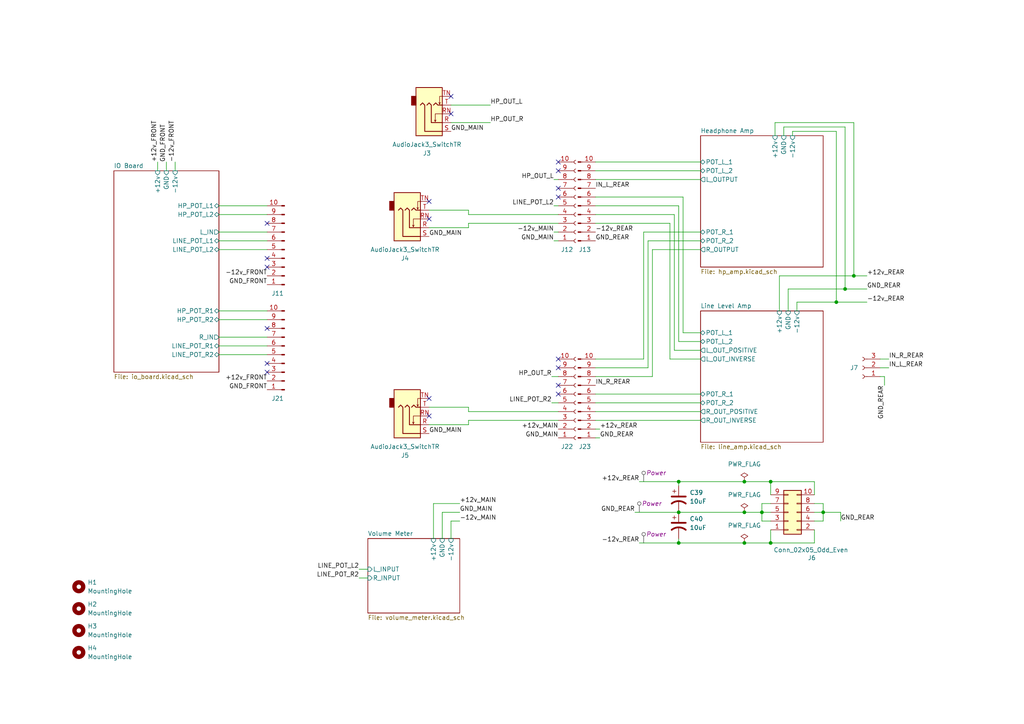
<source format=kicad_sch>
(kicad_sch (version 20250114) (generator "eeschema") (generator_version "9.0")
  (paper "A4")
  (title_block (title "Output Module with Volume Meter") (date "2026-02-12") (rev "v1.0") (company "Dirty Dream - Nathanael Noir"))
  (lib_symbols
    (symbol "Connector:Conn_01x03_Socket" (pin_names (offset 1.016) (hide yes))
      (property "Reference" "J" (at 0 5.08 0))
      (property "Value" "Conn_01x03_Socket" (at 0 -5.08 0))
      (symbol "Conn_01x03_Socket_1_1"
        (polyline (pts (xy -1.27 2.54) (xy -0.508 2.54)) (stroke (width 0.1524)))
        (polyline (pts (xy -1.27 0) (xy -0.508 0)) (stroke (width 0.1524)))
        (polyline (pts (xy -1.27 -2.54) (xy -0.508 -2.54)) (stroke (width 0.1524)))
        (arc (start 0 2.032) (mid -0.5058 2.54) (end 0 3.048) (stroke (width 0.1524)))
        (arc (start 0 -0.508) (mid -0.5058 0) (end 0 0.508) (stroke (width 0.1524)))
        (arc (start 0 -3.048) (mid -0.5058 -2.54) (end 0 -2.032) (stroke (width 0.1524)))
        (pin passive line (at -5.08 2.54 0) (length 3.81) (name "Pin_1") (number "1"))
        (pin passive line (at -5.08 0 0) (length 3.81) (name "Pin_2") (number "2"))
        (pin passive line (at -5.08 -2.54 0) (length 3.81) (name "Pin_3") (number "3"))
      )
    )
    (symbol "Connector:Conn_01x10_Pin" (pin_names (offset 1.016) (hide yes))
      (property "Reference" "J" (at 0 12.7 0))
      (property "Value" "Conn_01x10_Pin" (at 0 -15.24 0))
      (symbol "Conn_01x10_Pin_1_1"
        (rectangle (start 0.8636 10.287) (end 0 10.033) (stroke (width 0.1524)) (fill (type outline)))
        (rectangle (start 0.8636 7.747) (end 0 7.493) (stroke (width 0.1524)) (fill (type outline)))
        (rectangle (start 0.8636 5.207) (end 0 4.953) (stroke (width 0.1524)) (fill (type outline)))
        (rectangle (start 0.8636 2.667) (end 0 2.413) (stroke (width 0.1524)) (fill (type outline)))
        (rectangle (start 0.8636 0.127) (end 0 -0.127) (stroke (width 0.1524)) (fill (type outline)))
        (rectangle (start 0.8636 -2.413) (end 0 -2.667) (stroke (width 0.1524)) (fill (type outline)))
        (rectangle (start 0.8636 -4.953) (end 0 -5.207) (stroke (width 0.1524)) (fill (type outline)))
        (rectangle (start 0.8636 -7.493) (end 0 -7.747) (stroke (width 0.1524)) (fill (type outline)))
        (rectangle (start 0.8636 -10.033) (end 0 -10.287) (stroke (width 0.1524)) (fill (type outline)))
        (rectangle (start 0.8636 -12.573) (end 0 -12.827) (stroke (width 0.1524)) (fill (type outline)))
        (polyline (pts (xy 1.27 10.16) (xy 0.8636 10.16)) (stroke (width 0.1524)))
        (polyline (pts (xy 1.27 7.62) (xy 0.8636 7.62)) (stroke (width 0.1524)))
        (polyline (pts (xy 1.27 5.08) (xy 0.8636 5.08)) (stroke (width 0.1524)))
        (polyline (pts (xy 1.27 2.54) (xy 0.8636 2.54)) (stroke (width 0.1524)))
        (polyline (pts (xy 1.27 0) (xy 0.8636 0)) (stroke (width 0.1524)))
        (polyline (pts (xy 1.27 -2.54) (xy 0.8636 -2.54)) (stroke (width 0.1524)))
        (polyline (pts (xy 1.27 -5.08) (xy 0.8636 -5.08)) (stroke (width 0.1524)))
        (polyline (pts (xy 1.27 -7.62) (xy 0.8636 -7.62)) (stroke (width 0.1524)))
        (polyline (pts (xy 1.27 -10.16) (xy 0.8636 -10.16)) (stroke (width 0.1524)))
        (polyline (pts (xy 1.27 -12.7) (xy 0.8636 -12.7)) (stroke (width 0.1524)))
        (pin passive line (at 5.08 10.16 180) (length 3.81) (name "Pin_1") (number "1"))
        (pin passive line (at 5.08 7.62 180) (length 3.81) (name "Pin_2") (number "2"))
        (pin passive line (at 5.08 5.08 180) (length 3.81) (name "Pin_3") (number "3"))
        (pin passive line (at 5.08 2.54 180) (length 3.81) (name "Pin_4") (number "4"))
        (pin passive line (at 5.08 0 180) (length 3.81) (name "Pin_5") (number "5"))
        (pin passive line (at 5.08 -2.54 180) (length 3.81) (name "Pin_6") (number "6"))
        (pin passive line (at 5.08 -5.08 180) (length 3.81) (name "Pin_7") (number "7"))
        (pin passive line (at 5.08 -7.62 180) (length 3.81) (name "Pin_8") (number "8"))
        (pin passive line (at 5.08 -10.16 180) (length 3.81) (name "Pin_9") (number "9"))
        (pin passive line (at 5.08 -12.7 180) (length 3.81) (name "Pin_10") (number "10"))
      )
    )
    (symbol "Connector:Conn_01x10_Socket" (pin_names (offset 1.016) (hide yes))
      (property "Reference" "J" (at 0 12.7 0))
      (property "Value" "Conn_01x10_Socket" (at 0 -15.24 0))
      (symbol "Conn_01x10_Socket_1_1"
        (polyline (pts (xy -1.27 10.16) (xy -0.508 10.16)) (stroke (width 0.1524)))
        (polyline (pts (xy -1.27 7.62) (xy -0.508 7.62)) (stroke (width 0.1524)))
        (polyline (pts (xy -1.27 5.08) (xy -0.508 5.08)) (stroke (width 0.1524)))
        (polyline (pts (xy -1.27 2.54) (xy -0.508 2.54)) (stroke (width 0.1524)))
        (polyline (pts (xy -1.27 0) (xy -0.508 0)) (stroke (width 0.1524)))
        (polyline (pts (xy -1.27 -2.54) (xy -0.508 -2.54)) (stroke (width 0.1524)))
        (polyline (pts (xy -1.27 -5.08) (xy -0.508 -5.08)) (stroke (width 0.1524)))
        (polyline (pts (xy -1.27 -7.62) (xy -0.508 -7.62)) (stroke (width 0.1524)))
        (polyline (pts (xy -1.27 -10.16) (xy -0.508 -10.16)) (stroke (width 0.1524)))
        (polyline (pts (xy -1.27 -12.7) (xy -0.508 -12.7)) (stroke (width 0.1524)))
        (arc (start 0 9.652) (mid -0.5058 10.16) (end 0 10.668) (stroke (width 0.1524)))
        (arc (start 0 7.112) (mid -0.5058 7.62) (end 0 8.128) (stroke (width 0.1524)))
        (arc (start 0 4.572) (mid -0.5058 5.08) (end 0 5.588) (stroke (width 0.1524)))
        (arc (start 0 2.032) (mid -0.5058 2.54) (end 0 3.048) (stroke (width 0.1524)))
        (arc (start 0 -0.508) (mid -0.5058 0) (end 0 0.508) (stroke (width 0.1524)))
        (arc (start 0 -3.048) (mid -0.5058 -2.54) (end 0 -2.032) (stroke (width 0.1524)))
        (arc (start 0 -5.588) (mid -0.5058 -5.08) (end 0 -4.572) (stroke (width 0.1524)))
        (arc (start 0 -8.128) (mid -0.5058 -7.62) (end 0 -7.112) (stroke (width 0.1524)))
        (arc (start 0 -10.668) (mid -0.5058 -10.16) (end 0 -9.652) (stroke (width 0.1524)))
        (arc (start 0 -13.208) (mid -0.5058 -12.7) (end 0 -12.192) (stroke (width 0.1524)))
        (pin passive line (at -5.08 10.16 0) (length 3.81) (name "Pin_1") (number "1"))
        (pin passive line (at -5.08 7.62 0) (length 3.81) (name "Pin_2") (number "2"))
        (pin passive line (at -5.08 5.08 0) (length 3.81) (name "Pin_3") (number "3"))
        (pin passive line (at -5.08 2.54 0) (length 3.81) (name "Pin_4") (number "4"))
        (pin passive line (at -5.08 0 0) (length 3.81) (name "Pin_5") (number "5"))
        (pin passive line (at -5.08 -2.54 0) (length 3.81) (name "Pin_6") (number "6"))
        (pin passive line (at -5.08 -5.08 0) (length 3.81) (name "Pin_7") (number "7"))
        (pin passive line (at -5.08 -7.62 0) (length 3.81) (name "Pin_8") (number "8"))
        (pin passive line (at -5.08 -10.16 0) (length 3.81) (name "Pin_9") (number "9"))
        (pin passive line (at -5.08 -12.7 0) (length 3.81) (name "Pin_10") (number "10"))
      )
    )
    (symbol "Connector_Audio:AudioJack3_SwitchTR"
      (property "Reference" "J" (at 0 8.89 0))
      (property "Value" "AudioJack3_SwitchTR" (at 0 6.35 0))
      (symbol "AudioJack3_SwitchTR_0_1"
        (rectangle (start -5.08 -5.08) (end -6.35 -7.62) (stroke (width 0.254)) (fill (type outline)))
        (polyline (pts (xy -1.905 -5.08) (xy -1.27 -5.715) (xy -0.635 -5.08) (xy -0.635 0) (xy 2.54 0)) (stroke (width 0.254)))
        (polyline (pts (xy 0 -5.08) (xy 0.635 -5.715) (xy 1.27 -5.08) (xy 2.54 -5.08)) (stroke (width 0.254)))
        (polyline (pts (xy 0.508 -0.254) (xy 0.762 -0.762)))
        (polyline (pts (xy 1.778 -5.334) (xy 2.032 -5.842)))
        (rectangle (start 2.54 3.81) (end -5.08 -10.16) (stroke (width 0.254)) (fill (type background)))
        (polyline (pts (xy 2.54 2.54) (xy -2.54 2.54) (xy -2.54 -5.08) (xy -3.175 -5.715) (xy -3.81 -5.08)) (stroke (width 0.254)))
        (polyline (pts (xy 2.54 -2.54) (xy 0.508 -2.54) (xy 0.508 -0.254) (xy 0.254 -0.762)))
        (polyline (pts (xy 2.54 -7.62) (xy 1.778 -7.62) (xy 1.778 -5.334) (xy 1.524 -5.842)))
      )
      (symbol "AudioJack3_SwitchTR_1_1"
        (pin passive line (at 5.08 2.54 180) (length 2.54) (name "~") (number "S"))
        (pin passive line (at 5.08 0 180) (length 2.54) (name "~") (number "R"))
        (pin passive line (at 5.08 -2.54 180) (length 2.54) (name "~") (number "RN"))
        (pin passive line (at 5.08 -5.08 180) (length 2.54) (name "~") (number "T"))
        (pin passive line (at 5.08 -7.62 180) (length 2.54) (name "~") (number "TN"))
      )
    )
    (symbol "Connector_Generic:Conn_02x05_Odd_Even" (pin_names (offset 1.016) (hide yes))
      (property "Reference" "J" (at 1.27 7.62 0))
      (property "Value" "Conn_02x05_Odd_Even" (at 1.27 -7.62 0))
      (symbol "Conn_02x05_Odd_Even_1_1"
        (rectangle (start -1.27 6.35) (end 3.81 -6.35) (stroke (width 0.254)) (fill (type background)))
        (rectangle (start -1.27 5.207) (end 0 4.953) (stroke (width 0.1524)))
        (rectangle (start -1.27 2.667) (end 0 2.413) (stroke (width 0.1524)))
        (rectangle (start -1.27 0.127) (end 0 -0.127) (stroke (width 0.1524)))
        (rectangle (start -1.27 -2.413) (end 0 -2.667) (stroke (width 0.1524)))
        (rectangle (start -1.27 -4.953) (end 0 -5.207) (stroke (width 0.1524)))
        (rectangle (start 3.81 5.207) (end 2.54 4.953) (stroke (width 0.1524)))
        (rectangle (start 3.81 2.667) (end 2.54 2.413) (stroke (width 0.1524)))
        (rectangle (start 3.81 0.127) (end 2.54 -0.127) (stroke (width 0.1524)))
        (rectangle (start 3.81 -2.413) (end 2.54 -2.667) (stroke (width 0.1524)))
        (rectangle (start 3.81 -4.953) (end 2.54 -5.207) (stroke (width 0.1524)))
        (pin passive line (at -5.08 5.08 0) (length 3.81) (name "Pin_1") (number "1"))
        (pin passive line (at -5.08 2.54 0) (length 3.81) (name "Pin_3") (number "3"))
        (pin passive line (at -5.08 0 0) (length 3.81) (name "Pin_5") (number "5"))
        (pin passive line (at -5.08 -2.54 0) (length 3.81) (name "Pin_7") (number "7"))
        (pin passive line (at -5.08 -5.08 0) (length 3.81) (name "Pin_9") (number "9"))
        (pin passive line (at 7.62 5.08 180) (length 3.81) (name "Pin_2") (number "2"))
        (pin passive line (at 7.62 2.54 180) (length 3.81) (name "Pin_4") (number "4"))
        (pin passive line (at 7.62 0 180) (length 3.81) (name "Pin_6") (number "6"))
        (pin passive line (at 7.62 -2.54 180) (length 3.81) (name "Pin_8") (number "8"))
        (pin passive line (at 7.62 -5.08 180) (length 3.81) (name "Pin_10") (number "10"))
      )
    )
    (symbol "Device:C_Polarized_US" (pin_numbers (hide yes)) (pin_names (offset 0.254) (hide yes))
      (property "Reference" "C" (at 0.635 2.54 0))
      (property "Value" "C_Polarized_US" (at 0.635 -2.54 0))
      (symbol "C_Polarized_US_0_1"
        (polyline (pts (xy -2.032 0.762) (xy 2.032 0.762)) (stroke (width 0.508)))
        (polyline (pts (xy -1.778 2.286) (xy -0.762 2.286)))
        (polyline (pts (xy -1.27 1.778) (xy -1.27 2.794)))
        (arc (start -2.032 -1.27) (mid 0 -0.5572) (end 2.032 -1.27) (stroke (width 0.508)))
      )
      (symbol "C_Polarized_US_1_1"
        (pin passive line (at 0 3.81 270) (length 2.794) (name "~") (number "1"))
        (pin passive line (at 0 -3.81 90) (length 3.302) (name "~") (number "2"))
      )
    )
    (symbol "Mechanical:MountingHole" (pin_names (offset 1.016))
      (property "Reference" "H" (at 0 5.08 0))
      (property "Value" "MountingHole" (at 0 3.175 0))
      (symbol "MountingHole_0_1"
        (circle (center 0 0) (radius 1.27) (stroke (width 1.27)))
      )
    )
    (symbol "power:PWR_FLAG" (power) (pin_numbers (hide yes)) (pin_names (offset 0) (hide yes))
      (property "Value" "PWR_FLAG" (at 0 3.81 0))
      (symbol "PWR_FLAG_0_0"
        (pin power_out line (at 0 0 90) (length 0) (name "~") (number "1"))
      )
      (symbol "PWR_FLAG_0_1"
        (polyline (pts (xy 0 0) (xy 0 1.27) (xy -1.016 1.905) (xy 0 2.54) (xy 1.016 1.905) (xy 0 1.27)))
      )
    )
  )
  (junction (at 215.9 148.59))
  (junction (at 245.11 83.82))
  (junction (at 215.9 157.48))
  (junction (at 215.9 139.7))
  (junction (at 223.52 139.7))
  (junction (at 247.65 80.01))
  (junction (at 238.76 148.59))
  (junction (at 196.85 148.59))
  (junction (at 196.85 157.48))
  (junction (at 196.85 139.7))
  (junction (at 220.98 148.59))
  (junction (at 242.57 87.63))
  (junction (at 223.52 157.48))
  (no_connect (at 124.46 120.65))
  (no_connect (at 161.925 106.68))
  (no_connect (at 161.925 54.61))
  (no_connect (at 77.47 105.41))
  (no_connect (at 161.925 49.53))
  (no_connect (at 124.46 58.42))
  (no_connect (at 161.925 111.76))
  (no_connect (at 161.925 46.99))
  (no_connect (at 124.46 115.57))
  (no_connect (at 130.81 27.94))
  (no_connect (at 124.46 63.5))
  (no_connect (at 161.925 57.15))
  (no_connect (at 77.47 107.95))
  (no_connect (at 77.47 77.47))
  (no_connect (at 130.81 33.02))
  (no_connect (at 77.47 74.93))
  (no_connect (at 77.47 64.77))
  (no_connect (at 161.925 114.3))
  (no_connect (at 161.925 104.14))
  (no_connect (at 77.47 95.25))
  (wire (pts (xy 160.02 109.22) (xy 161.925 109.22)))
  (wire (pts (xy 135.89 64.77) (xy 161.925 64.77)))
  (wire (pts (xy 220.98 148.59) (xy 223.52 148.59)))
  (wire (pts (xy 238.76 148.59) (xy 238.76 151.13)))
  (wire (pts (xy 238.76 146.05) (xy 238.76 148.59)))
  (wire (pts (xy 63.5 72.39) (xy 77.47 72.39)))
  (wire (pts (xy 228.6 90.17) (xy 228.6 83.82)))
  (wire (pts (xy 160.655 69.85) (xy 161.925 69.85)))
  (wire (pts (xy 247.65 80.01) (xy 247.65 35.56)))
  (wire (pts (xy 245.11 83.82) (xy 251.46 83.82)))
  (wire (pts (xy 245.11 36.83) (xy 245.11 83.82)))
  (wire (pts (xy 227.33 36.83) (xy 245.11 36.83)))
  (wire (pts (xy 187.96 106.68) (xy 172.72 106.68)))
  (wire (pts (xy 224.79 35.56) (xy 224.79 39.37)))
  (wire (pts (xy 243.84 148.59) (xy 243.84 151.13)))
  (wire (pts (xy 63.5 59.69) (xy 77.47 59.69)))
  (wire (pts (xy 203.2 101.6) (xy 195.58 101.6)))
  (wire (pts (xy 104.14 167.64) (xy 106.68 167.64)))
  (wire (pts (xy 236.22 146.05) (xy 238.76 146.05)))
  (wire (pts (xy 187.96 69.85) (xy 203.2 69.85)))
  (wire (pts (xy 223.52 146.05) (xy 220.98 146.05)))
  (wire (pts (xy 255.27 104.14) (xy 257.81 104.14)))
  (wire (pts (xy 128.27 156.21) (xy 128.27 148.59)))
  (wire (pts (xy 135.89 121.92) (xy 135.89 123.19)))
  (wire (pts (xy 196.85 157.48) (xy 196.85 156.21)))
  (wire (pts (xy 187.96 69.85) (xy 187.96 106.68)))
  (wire (pts (xy 227.33 39.37) (xy 227.33 36.83)))
  (wire (pts (xy 135.89 62.23) (xy 161.925 62.23)))
  (wire (pts (xy 236.22 139.7) (xy 236.22 143.51)))
  (wire (pts (xy 130.81 35.56) (xy 142.24 35.56)))
  (wire (pts (xy 128.27 148.59) (xy 133.35 148.59)))
  (wire (pts (xy 247.65 35.56) (xy 224.79 35.56)))
  (wire (pts (xy 130.81 156.21) (xy 130.81 151.13)))
  (wire (pts (xy 45.72 46.99) (xy 45.72 49.53)))
  (wire (pts (xy 186.69 67.31) (xy 203.2 67.31)))
  (wire (pts (xy 236.22 157.48) (xy 236.22 153.67)))
  (wire (pts (xy 125.73 146.05) (xy 133.35 146.05)))
  (wire (pts (xy 130.81 151.13) (xy 133.35 151.13)))
  (wire (pts (xy 228.6 83.82) (xy 245.11 83.82)))
  (wire (pts (xy 124.46 123.19) (xy 135.89 123.19)))
  (wire (pts (xy 223.52 139.7) (xy 223.52 143.51)))
  (wire (pts (xy 220.98 146.05) (xy 220.98 148.59)))
  (wire (pts (xy 172.72 57.15) (xy 198.12 57.15)))
  (wire (pts (xy 124.46 60.96) (xy 135.89 60.96)))
  (wire (pts (xy 172.72 59.69) (xy 196.85 59.69)))
  (wire (pts (xy 172.72 62.23) (xy 195.58 62.23)))
  (wire (pts (xy 215.9 148.59) (xy 220.98 148.59)))
  (wire (pts (xy 104.14 165.1) (xy 106.68 165.1)))
  (wire (pts (xy 203.2 99.06) (xy 196.85 99.06)))
  (wire (pts (xy 220.98 151.13) (xy 223.52 151.13)))
  (wire (pts (xy 135.89 118.11) (xy 135.89 119.38)))
  (wire (pts (xy 247.65 80.01) (xy 251.46 80.01)))
  (wire (pts (xy 172.72 127) (xy 173.99 127)))
  (wire (pts (xy 236.22 148.59) (xy 238.76 148.59)))
  (wire (pts (xy 135.89 119.38) (xy 161.925 119.38)))
  (wire (pts (xy 185.42 139.7) (xy 196.85 139.7)))
  (wire (pts (xy 226.06 80.01) (xy 247.65 80.01)))
  (wire (pts (xy 124.46 66.04) (xy 135.89 66.04)))
  (wire (pts (xy 196.85 139.7) (xy 215.9 139.7)))
  (wire (pts (xy 186.69 67.31) (xy 186.69 104.14)))
  (wire (pts (xy 63.5 102.87) (xy 77.47 102.87)))
  (wire (pts (xy 238.76 151.13) (xy 236.22 151.13)))
  (wire (pts (xy 63.5 90.17) (xy 77.47 90.17)))
  (wire (pts (xy 203.2 104.14) (xy 194.31 104.14)))
  (wire (pts (xy 196.85 99.06) (xy 196.85 59.69)))
  (wire (pts (xy 172.72 109.22) (xy 189.23 109.22)))
  (wire (pts (xy 195.58 62.23) (xy 195.58 101.6)))
  (wire (pts (xy 160.655 52.07) (xy 161.925 52.07)))
  (wire (pts (xy 172.72 119.38) (xy 203.2 119.38)))
  (wire (pts (xy 63.5 100.33) (xy 77.47 100.33)))
  (wire (pts (xy 184.15 148.59) (xy 196.85 148.59)))
  (wire (pts (xy 124.46 118.11) (xy 135.89 118.11)))
  (wire (pts (xy 242.57 87.63) (xy 242.57 38.1)))
  (wire (pts (xy 223.52 139.7) (xy 236.22 139.7)))
  (wire (pts (xy 194.31 64.77) (xy 194.31 104.14)))
  (wire (pts (xy 231.14 90.17) (xy 231.14 87.63)))
  (wire (pts (xy 223.52 157.48) (xy 236.22 157.48)))
  (wire (pts (xy 196.85 139.7) (xy 196.85 140.97)))
  (wire (pts (xy 226.06 90.17) (xy 226.06 80.01)))
  (wire (pts (xy 220.98 148.59) (xy 220.98 151.13)))
  (wire (pts (xy 172.72 116.84) (xy 203.2 116.84)))
  (wire (pts (xy 223.52 153.67) (xy 223.52 157.48)))
  (wire (pts (xy 172.72 64.77) (xy 194.31 64.77)))
  (wire (pts (xy 242.57 87.63) (xy 251.46 87.63)))
  (wire (pts (xy 63.5 69.85) (xy 77.47 69.85)))
  (wire (pts (xy 135.89 64.77) (xy 135.89 66.04)))
  (wire (pts (xy 172.72 46.99) (xy 203.2 46.99)))
  (wire (pts (xy 50.8 46.99) (xy 50.8 49.53)))
  (wire (pts (xy 160.655 59.69) (xy 161.925 59.69)))
  (wire (pts (xy 172.72 49.53) (xy 203.2 49.53)))
  (wire (pts (xy 196.85 157.48) (xy 215.9 157.48)))
  (wire (pts (xy 203.2 72.39) (xy 189.23 72.39)))
  (wire (pts (xy 172.72 114.3) (xy 203.2 114.3)))
  (wire (pts (xy 238.76 148.59) (xy 243.84 148.59)))
  (wire (pts (xy 256.54 111.76) (xy 256.54 109.22)))
  (wire (pts (xy 189.23 72.39) (xy 189.23 109.22)))
  (wire (pts (xy 198.12 96.52) (xy 198.12 57.15)))
  (wire (pts (xy 135.89 60.96) (xy 135.89 62.23)))
  (wire (pts (xy 135.89 121.92) (xy 161.925 121.92)))
  (wire (pts (xy 160.02 116.84) (xy 161.925 116.84)))
  (wire (pts (xy 231.14 87.63) (xy 242.57 87.63)))
  (wire (pts (xy 172.72 124.46) (xy 173.99 124.46)))
  (wire (pts (xy 172.72 121.92) (xy 203.2 121.92)))
  (wire (pts (xy 160.655 67.31) (xy 161.925 67.31)))
  (wire (pts (xy 63.5 62.23) (xy 77.47 62.23)))
  (wire (pts (xy 48.26 46.99) (xy 48.26 49.53)))
  (wire (pts (xy 196.85 148.59) (xy 215.9 148.59)))
  (wire (pts (xy 215.9 139.7) (xy 223.52 139.7)))
  (wire (pts (xy 242.57 38.1) (xy 229.87 38.1)))
  (wire (pts (xy 130.81 30.48) (xy 142.24 30.48)))
  (wire (pts (xy 203.2 96.52) (xy 198.12 96.52)))
  (wire (pts (xy 257.81 106.68) (xy 255.27 106.68)))
  (wire (pts (xy 215.9 157.48) (xy 223.52 157.48)))
  (wire (pts (xy 172.72 104.14) (xy 186.69 104.14)))
  (wire (pts (xy 256.54 109.22) (xy 255.27 109.22)))
  (wire (pts (xy 185.42 157.48) (xy 196.85 157.48)))
  (wire (pts (xy 125.73 156.21) (xy 125.73 146.05)))
  (wire (pts (xy 63.5 97.79) (xy 77.47 97.79)))
  (wire (pts (xy 172.72 52.07) (xy 203.2 52.07)))
  (wire (pts (xy 229.87 38.1) (xy 229.87 39.37)))
  (wire (pts (xy 63.5 92.71) (xy 77.47 92.71)))
  (wire (pts (xy 63.5 67.31) (xy 77.47 67.31)))
  (label "GND_REAR" (at 172.72 69.85 0))
  (label "+12v_FRONT" (at 77.47 110.49 180))
  (label "GND_FRONT" (at 77.47 113.03 180))
  (label "HP_OUT_L" (at 160.655 52.07 180))
  (label "HP_OUT_R" (at 160.02 109.22 180))
  (label "+12v_REAR" (at 185.42 139.7 180))
  (label "LINE_POT_L2" (at 104.14 165.1 180))
  (label "+12v_MAIN" (at 133.35 146.05 0))
  (label "GND_MAIN" (at 124.46 68.58 0))
  (label "+12v_REAR" (at 251.46 80.01 0))
  (label "+12v_REAR" (at 173.99 124.46 0))
  (label "GND_MAIN" (at 160.655 69.85 180))
  (label "IN_R_REAR" (at 172.72 111.76 0))
  (label "IN_L_REAR" (at 172.72 54.61 0))
  (label "HP_OUT_R" (at 142.24 35.56 0))
  (label "GND_FRONT" (at 48.26 46.99 90))
  (label "GND_MAIN" (at 161.925 127 180))
  (label "HP_OUT_L" (at 142.24 30.48 0))
  (label "-12v_REAR" (at 251.46 87.63 0))
  (label "-12v_REAR" (at 172.72 67.31 0))
  (label "+12v_MAIN" (at 161.925 124.46 180))
  (label "LINE_POT_R2" (at 104.14 167.64 180))
  (label "GND_FRONT" (at 77.47 82.55 180))
  (label "GND_REAR" (at 256.54 111.76 270))
  (label "GND_MAIN" (at 124.46 125.73 0))
  (label "GND_MAIN" (at 130.81 38.1 0))
  (label "-12v_FRONT" (at 77.47 80.01 180))
  (label "-12v_MAIN" (at 133.35 151.13 0))
  (label "GND_REAR" (at 173.99 127 0))
  (label "GND_REAR" (at 243.84 151.13 0))
  (label "IN_L_REAR" (at 257.81 106.68 0))
  (label "-12v_REAR" (at 185.42 157.48 180))
  (label "LINE_POT_L2" (at 160.655 59.69 180))
  (label "-12v_MAIN" (at 160.655 67.31 180))
  (label "+12v_FRONT" (at 45.72 46.99 90))
  (label "GND_REAR" (at 251.46 83.82 0))
  (label "IN_R_REAR" (at 257.81 104.14 0))
  (label "-12v_FRONT" (at 50.8 46.99 90))
  (label "LINE_POT_R2" (at 160.02 116.84 180))
  (label "GND_MAIN" (at 133.35 148.59 0))
  (label "GND_REAR" (at 184.15 148.59 180))
  (netclass_flag "" (length 2.54) (shape round) (at 185.42 148.59 0) (property "Netclass" "Power" (at 186.1185 146.05 0) (effects (font (italic yes)) (justify left))))
  (netclass_flag "" (length 2.54) (shape round) (at 186.69 157.48 0) (property "Netclass" "Power" (at 187.3885 154.94 0) (effects (font (italic yes)) (justify left))))
  (netclass_flag "" (length 2.54) (shape round) (at 186.69 139.7 0) (property "Netclass" "Power" (at 187.3885 137.16 0) (effects (font (italic yes)) (justify left))))
  (symbol (lib_id "power:PWR_FLAG") (at 215.9 157.48 0) (unit 1)
    (property "Reference" "#FLG06" (effects (hide yes)))
    (property "Value" "PWR_FLAG" (at 215.9 152.4 0))
    (property "Description" "Special symbol for telling ERC where power comes from" (effects (hide yes)))
  )
  (symbol (lib_id "Mechanical:MountingHole") (at 22.86 176.53 0) (unit 1)
    (property "Reference" "H2" (at 25.4 175.26 0) (effects (justify left)))
    (property "Value" "MountingHole" (at 25.4 177.8 0) (effects (justify left)))
    (property "Footprint" "MountingHole:MountingHole_2.7mm_M2.5" (effects (hide yes)))
  )
  (symbol (lib_id "Mechanical:MountingHole") (at 22.86 182.88 0) (unit 1)
    (property "Reference" "H3" (at 25.4 181.61 0) (effects (justify left)))
    (property "Value" "MountingHole" (at 25.4 184.15 0) (effects (justify left)))
    (property "Footprint" "MountingHole:MountingHole_2.7mm_M2.5" (effects (hide yes)))
  )
  (symbol (lib_id "Device:C_Polarized_US") (at 196.85 152.4 0) (unit 1)
    (property "Reference" "C40" (at 200.025 150.495 0) (effects (justify left)))
    (property "Value" "10uF" (at 200.025 153.035 0) (effects (justify left)))
    (property "Footprint" "Capacitor_THT:CP_Radial_D4.0mm_P1.50mm" (effects (hide yes)))
  )
  (symbol (lib_id "power:PWR_FLAG") (at 215.9 148.59 0) (unit 1)
    (property "Reference" "#FLG07" (effects (hide yes)))
    (property "Value" "PWR_FLAG" (at 215.9 143.51 0))
    (property "Description" "Special symbol for telling ERC where power comes from" (effects (hide yes)))
  )
  (symbol (lib_id "Connector_Audio:AudioJack3_SwitchTR") (at 119.38 123.19 0) (mirror x) (unit 1)
    (property "Reference" "J5" (at 117.475 132.08 0))
    (property "Value" "AudioJack3_SwitchTR" (at 117.475 129.54 0))
    (property "Footprint" "Eurorack:Jack_6.35mm_PJ_629HAN_slots" (effects (hide yes)))
    (property "Description" "Audio Jack, 3 Poles (Stereo / TRS), Switched TR Poles (Normalling)" (effects (hide yes)))
  )
  (symbol (lib_id "Connector_Audio:AudioJack3_SwitchTR") (at 125.73 35.56 0) (mirror x) (unit 1)
    (property "Reference" "J3" (at 123.825 44.45 0))
    (property "Value" "AudioJack3_SwitchTR" (at 123.825 41.91 0))
    (property "Footprint" "Eurorack:Jack_6.35mm_PJ_629HAN_slots" (effects (hide yes)))
    (property "Description" "Audio Jack, 3 Poles (Stereo / TRS), Switched TR Poles (Normalling)" (effects (hide yes)))
  )
  (symbol (lib_id "Mechanical:MountingHole") (at 22.86 170.18 0) (unit 1)
    (property "Reference" "H1" (at 25.4 168.91 0) (effects (justify left)))
    (property "Value" "MountingHole" (at 25.4 171.45 0) (effects (justify left)))
    (property "Footprint" "MountingHole:MountingHole_2.7mm_M2.5" (effects (hide yes)))
  )
  (symbol (lib_id "Connector:Conn_01x10_Pin") (at 82.55 102.87 180) (unit 1)
    (property "Reference" "J21" (at 78.74 115.57 0) (effects (justify right)))
    (property "Value" "Conn_01x10_Pin" (effects (hide yes)))
    (property "Footprint" "Connector_PinHeader_2.54mm:PinHeader_1x10_P2.54mm_Vertical" (effects (hide yes)))
  )
  (symbol (lib_id "Connector:Conn_01x03_Socket") (at 250.19 106.68 180) (unit 1)
    (property "Reference" "J7" (at 248.92 106.68 0) (effects (justify left)))
    (property "Value" "Conn_01x03_Socket" (effects (hide yes)))
    (property "Footprint" "Connector_PinHeader_2.54mm:PinHeader_1x03_P2.54mm_Vertical" (effects (hide yes)))
  )
  (symbol (lib_id "Connector_Generic:Conn_02x05_Odd_Even") (at 228.6 148.59 0) (mirror x) (unit 1)
    (property "Reference" "J6" (at 235.458 161.798 0))
    (property "Value" "Conn_02x05_Odd_Even" (at 235.204 159.512 0))
    (property "Footprint" "Connector_IDC:IDC-Header_2x05_P2.54mm_Vertical" (effects (hide yes)))
    (property "Description" "Generic connector, double row, 02x05, odd/even pin numbering scheme (row 1 odd numbers, row 2 even numbers), script generated (kicad-library-utils/schlib/autogen/connector/)" (effects (hide yes)))
  )
  (symbol (lib_id "Connector:Conn_01x10_Pin") (at 167.64 59.69 0) (mirror x) (unit 1)
    (property "Reference" "J13" (at 171.45 72.39 0) (effects (justify right)))
    (property "Value" "Conn_01x10_Pin" (effects (hide yes)))
    (property "Footprint" "Connector_PinHeader_2.54mm:PinHeader_1x10_P2.54mm_Vertical" (effects (hide yes)))
  )
  (symbol (lib_id "Connector:Conn_01x10_Pin") (at 82.55 72.39 180) (unit 1)
    (property "Reference" "J11" (at 78.74 85.09 0) (effects (justify right)))
    (property "Value" "Conn_01x10_Pin" (effects (hide yes)))
    (property "Footprint" "Connector_PinHeader_2.54mm:PinHeader_1x10_P2.54mm_Vertical" (effects (hide yes)))
  )
  (symbol (lib_id "power:PWR_FLAG") (at 215.9 139.7 0) (unit 1)
    (property "Reference" "#FLG05" (effects (hide yes)))
    (property "Value" "PWR_FLAG" (at 215.9 134.62 0))
    (property "Description" "Special symbol for telling ERC where power comes from" (effects (hide yes)))
  )
  (symbol (lib_id "Connector_Audio:AudioJack3_SwitchTR") (at 119.38 66.04 0) (mirror x) (unit 1)
    (property "Reference" "J4" (at 117.475 74.93 0))
    (property "Value" "AudioJack3_SwitchTR" (at 117.475 72.39 0))
    (property "Footprint" "Eurorack:Jack_6.35mm_PJ_629HAN_slots" (effects (hide yes)))
    (property "Description" "Audio Jack, 3 Poles (Stereo / TRS), Switched TR Poles (Normalling)" (effects (hide yes)))
  )
  (symbol (lib_id "Connector:Conn_01x10_Socket") (at 167.005 59.69 0) (mirror x) (unit 1)
    (property "Reference" "J12" (at 164.465 72.39 0))
    (property "Value" "Conn_01x10_Socket" (effects (hide yes)))
    (property "Footprint" "Connector_PinHeader_2.54mm:PinHeader_1x10_P2.54mm_Vertical" (effects (hide yes)))
  )
  (symbol (lib_id "Mechanical:MountingHole") (at 22.86 189.23 0) (unit 1)
    (property "Reference" "H4" (at 25.4 187.96 0) (effects (justify left)))
    (property "Value" "MountingHole" (at 25.4 190.5 0) (effects (justify left)))
    (property "Footprint" "MountingHole:MountingHole_2.7mm_M2.5" (effects (hide yes)))
  )
  (symbol (lib_id "Connector:Conn_01x10_Pin") (at 167.64 116.84 0) (mirror x) (unit 1)
    (property "Reference" "J23" (at 171.45 129.54 0) (effects (justify right)))
    (property "Value" "Conn_01x10_Pin" (effects (hide yes)))
    (property "Footprint" "Connector_PinHeader_2.54mm:PinHeader_1x10_P2.54mm_Vertical" (effects (hide yes)))
  )
  (symbol (lib_id "Connector:Conn_01x10_Socket") (at 167.005 116.84 0) (mirror x) (unit 1)
    (property "Reference" "J22" (at 164.465 129.54 0))
    (property "Value" "Conn_01x10_Socket" (effects (hide yes)))
    (property "Footprint" "Connector_PinHeader_2.54mm:PinHeader_1x10_P2.54mm_Vertical" (effects (hide yes)))
  )
  (symbol (lib_id "Device:C_Polarized_US") (at 196.85 144.78 0) (unit 1)
    (property "Reference" "C39" (at 200.025 142.875 0) (effects (justify left)))
    (property "Value" "10uF" (at 200.025 145.415 0) (effects (justify left)))
    (property "Footprint" "Capacitor_THT:CP_Radial_D4.0mm_P1.50mm" (effects (hide yes)))
  )
  (sheet (at 203.2 90.17) (size 35.56 38.1) (stroke (width 0.1524))
    (property "Sheetname" "Line Level Amp" (at 203.2 89.4584 0) (effects (justify left bottom)))
    (property "Sheetfile" "line_amp.kicad_sch" (at 203.2 128.8546 0) (effects (justify left top)))
    (pin "R_OUT_POSITIVE" output (at 203.2 119.38 180))
    (pin "L_OUT_POSITIVE" output (at 203.2 101.6 180))
    (pin "R_OUT_INVERSE" output (at 203.2 121.92 180))
    (pin "POT_R_1" bidirectional (at 203.2 114.3 180))
    (pin "POT_R_2" bidirectional (at 203.2 116.84 180))
    (pin "L_OUT_INVERSE" output (at 203.2 104.14 180))
    (pin "POT_L_1" bidirectional (at 203.2 96.52 180))
    (pin "POT_L_2" bidirectional (at 203.2 99.06 180))
    (pin "GND" input (at 228.6 90.17 90))
    (pin "+12v" input (at 226.06 90.17 90))
    (pin "-12v" input (at 231.14 90.17 90))
  )
  (sheet (at 106.68 156.21) (size 26.67 21.59) (stroke (width 0.1524))
    (property "Sheetname" "Volume Meter" (at 106.68 155.4984 0) (effects (justify left bottom)))
    (property "Sheetfile" "volume_meter.kicad_sch" (at 106.68 178.3846 0) (effects (justify left top)))
    (pin "L_INPUT" input (at 106.68 165.1 180))
    (pin "R_INPUT" input (at 106.68 167.64 180))
    (pin "-12v" input (at 130.81 156.21 90))
    (pin "+12v" input (at 125.73 156.21 90))
    (pin "GND" input (at 128.27 156.21 90))
  )
  (sheet (at 33.02 49.53) (size 30.48 58.42) (stroke (width 0.1524))
    (property "Sheetname" "IO Board" (at 33.02 48.8184 0) (effects (justify left bottom)))
    (property "Sheetfile" "io_board.kicad_sch" (at 33.02 108.5346 0) (effects (justify left top)))
    (pin "LINE_POT_L1" bidirectional (at 63.5 69.85 0))
    (pin "LINE_POT_R1" bidirectional (at 63.5 100.33 0))
    (pin "LINE_POT_L2" bidirectional (at 63.5 72.39 0))
    (pin "LINE_POT_R2" bidirectional (at 63.5 102.87 0))
    (pin "HP_POT_L2" bidirectional (at 63.5 62.23 0))
    (pin "HP_POT_L1" bidirectional (at 63.5 59.69 0))
    (pin "HP_POT_R2" bidirectional (at 63.5 92.71 0))
    (pin "HP_POT_R1" bidirectional (at 63.5 90.17 0))
    (pin "L_IN" output (at 63.5 67.31 0))
    (pin "R_IN" output (at 63.5 97.79 0))
    (pin "GND" input (at 48.26 49.53 90))
    (pin "-12v" input (at 50.8 49.53 90))
    (pin "+12v" input (at 45.72 49.53 90))
  )
  (sheet (at 203.2 39.37) (size 35.56 38.1) (stroke (width 0.1524))
    (property "Sheetname" "Headphone Amp" (at 203.2 38.6584 0) (effects (justify left bottom)))
    (property "Sheetfile" "hp_amp.kicad_sch" (at 203.2 78.0546 0) (effects (justify left top)))
    (pin "R_OUTPUT" output (at 203.2 72.39 180))
    (pin "L_OUTPUT" output (at 203.2 52.07 180))
    (pin "POT_R_1" bidirectional (at 203.2 67.31 180))
    (pin "POT_R_2" bidirectional (at 203.2 69.85 180))
    (pin "POT_L_2" bidirectional (at 203.2 49.53 180))
    (pin "POT_L_1" bidirectional (at 203.2 46.99 180))
    (pin "+12v" input (at 224.79 39.37 90))
    (pin "-12v" input (at 229.87 39.37 90))
    (pin "GND" input (at 227.33 39.37 90))
  )
)
</source>
